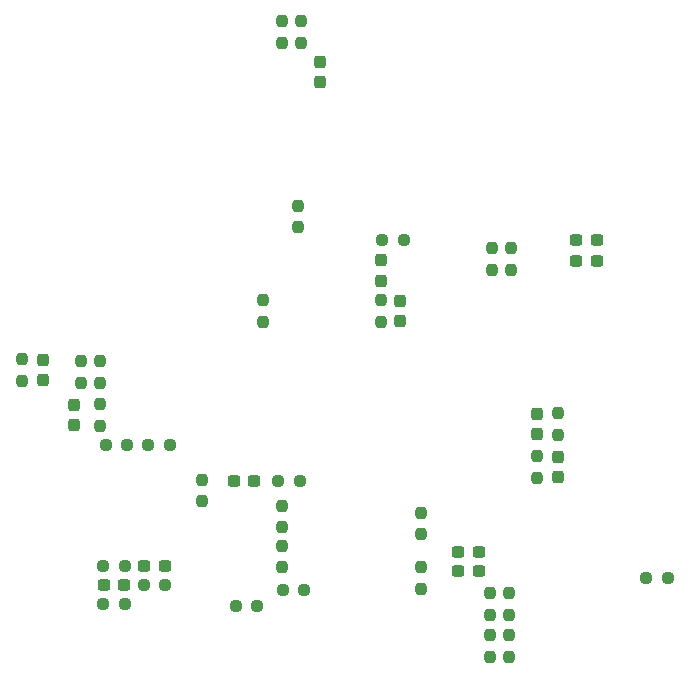
<source format=gtp>
G04 #@! TF.GenerationSoftware,KiCad,Pcbnew,8.0.1*
G04 #@! TF.CreationDate,2024-08-15T13:48:40+05:00*
G04 #@! TF.ProjectId,Life_pedal,4c696665-5f70-4656-9461-6c2e6b696361,rev?*
G04 #@! TF.SameCoordinates,Original*
G04 #@! TF.FileFunction,Paste,Top*
G04 #@! TF.FilePolarity,Positive*
%FSLAX46Y46*%
G04 Gerber Fmt 4.6, Leading zero omitted, Abs format (unit mm)*
G04 Created by KiCad (PCBNEW 8.0.1) date 2024-08-15 13:48:40*
%MOMM*%
%LPD*%
G01*
G04 APERTURE LIST*
G04 Aperture macros list*
%AMRoundRect*
0 Rectangle with rounded corners*
0 $1 Rounding radius*
0 $2 $3 $4 $5 $6 $7 $8 $9 X,Y pos of 4 corners*
0 Add a 4 corners polygon primitive as box body*
4,1,4,$2,$3,$4,$5,$6,$7,$8,$9,$2,$3,0*
0 Add four circle primitives for the rounded corners*
1,1,$1+$1,$2,$3*
1,1,$1+$1,$4,$5*
1,1,$1+$1,$6,$7*
1,1,$1+$1,$8,$9*
0 Add four rect primitives between the rounded corners*
20,1,$1+$1,$2,$3,$4,$5,0*
20,1,$1+$1,$4,$5,$6,$7,0*
20,1,$1+$1,$6,$7,$8,$9,0*
20,1,$1+$1,$8,$9,$2,$3,0*%
G04 Aperture macros list end*
%ADD10RoundRect,0.237500X-0.237500X0.300000X-0.237500X-0.300000X0.237500X-0.300000X0.237500X0.300000X0*%
%ADD11RoundRect,0.237500X-0.237500X0.250000X-0.237500X-0.250000X0.237500X-0.250000X0.237500X0.250000X0*%
%ADD12RoundRect,0.237500X0.237500X-0.250000X0.237500X0.250000X-0.237500X0.250000X-0.237500X-0.250000X0*%
%ADD13RoundRect,0.237500X0.250000X0.237500X-0.250000X0.237500X-0.250000X-0.237500X0.250000X-0.237500X0*%
%ADD14RoundRect,0.237500X0.300000X0.237500X-0.300000X0.237500X-0.300000X-0.237500X0.300000X-0.237500X0*%
%ADD15RoundRect,0.237500X-0.250000X-0.237500X0.250000X-0.237500X0.250000X0.237500X-0.250000X0.237500X0*%
%ADD16RoundRect,0.237500X0.237500X-0.300000X0.237500X0.300000X-0.237500X0.300000X-0.237500X-0.300000X0*%
%ADD17RoundRect,0.237500X-0.300000X-0.237500X0.300000X-0.237500X0.300000X0.237500X-0.300000X0.237500X0*%
G04 APERTURE END LIST*
D10*
X127600000Y-80537499D03*
X127600000Y-82262501D03*
D11*
X146800000Y-49912500D03*
X146800000Y-48087500D03*
X164400000Y-100087500D03*
X164400000Y-101912500D03*
D12*
X166800000Y-86712500D03*
X166800000Y-84887500D03*
D13*
X131912500Y-94200000D03*
X130087500Y-94200000D03*
D11*
X145200000Y-89087500D03*
X145200000Y-90912500D03*
D14*
X142862501Y-87000000D03*
X141137499Y-87000000D03*
D12*
X157000000Y-96112500D03*
X157000000Y-94287500D03*
X129800000Y-82312500D03*
X129800000Y-80487500D03*
D14*
X161862501Y-94600000D03*
X160137499Y-94600000D03*
D10*
X168600000Y-84937499D03*
X168600000Y-86662501D03*
X148400000Y-51537499D03*
X148400000Y-53262501D03*
D12*
X163000000Y-69112500D03*
X163000000Y-67287500D03*
X145200000Y-48087500D03*
X145200000Y-49912500D03*
X129800000Y-78712500D03*
X129800000Y-76887500D03*
D11*
X146600000Y-63687500D03*
X146600000Y-65512500D03*
D10*
X153600000Y-68337499D03*
X153600000Y-70062501D03*
D12*
X168600000Y-83112500D03*
X168600000Y-81287500D03*
D11*
X128200000Y-76887500D03*
X128200000Y-78712500D03*
D15*
X153687500Y-66600000D03*
X155512500Y-66600000D03*
D14*
X135262501Y-94200000D03*
X133537499Y-94200000D03*
D11*
X143600000Y-71687500D03*
X143600000Y-73512500D03*
D15*
X144887500Y-87000000D03*
X146712500Y-87000000D03*
D13*
X143112500Y-97600000D03*
X141287500Y-97600000D03*
D12*
X164400000Y-98312500D03*
X164400000Y-96487500D03*
X153600000Y-73512500D03*
X153600000Y-71687500D03*
D15*
X130087500Y-97400000D03*
X131912500Y-97400000D03*
D13*
X132112500Y-84000000D03*
X130287500Y-84000000D03*
D10*
X125000000Y-76737499D03*
X125000000Y-78462501D03*
X166800000Y-81337499D03*
X166800000Y-83062501D03*
D12*
X164600000Y-69112500D03*
X164600000Y-67287500D03*
X138400000Y-88712500D03*
X138400000Y-86887500D03*
D13*
X135712500Y-84000000D03*
X133887500Y-84000000D03*
X147112500Y-96200000D03*
X145287500Y-96200000D03*
D11*
X162800000Y-96487500D03*
X162800000Y-98312500D03*
D12*
X157000000Y-91512500D03*
X157000000Y-89687500D03*
D11*
X123200000Y-76687500D03*
X123200000Y-78512500D03*
D16*
X155200000Y-73462501D03*
X155200000Y-71737499D03*
D11*
X145200000Y-92487500D03*
X145200000Y-94312500D03*
D17*
X170127498Y-68400002D03*
X171852500Y-68400002D03*
D14*
X161862501Y-93000000D03*
X160137499Y-93000000D03*
X171862501Y-66600000D03*
X170137499Y-66600000D03*
X131862501Y-95800000D03*
X130137499Y-95800000D03*
D13*
X135312500Y-95800000D03*
X133487500Y-95800000D03*
D15*
X176037497Y-95250000D03*
X177862497Y-95250000D03*
D12*
X162800000Y-101912500D03*
X162800000Y-100087500D03*
M02*

</source>
